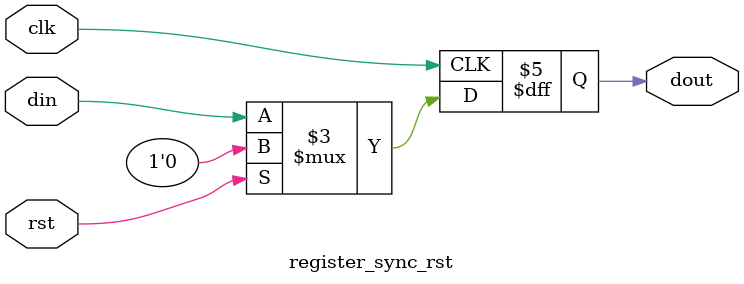
<source format=sv>

module register_sync_rst #(
    parameter integer WIDTH = 1
) (
    input logic clk,
    input logic rst,

    input  logic [WIDTH-1:0] din,
    output logic [WIDTH-1:0] dout
);

  always_ff @(posedge clk) begin
    if (rst) begin
      dout <= 0;
    end else begin
      dout <= din;
    end
  end

endmodule

</source>
